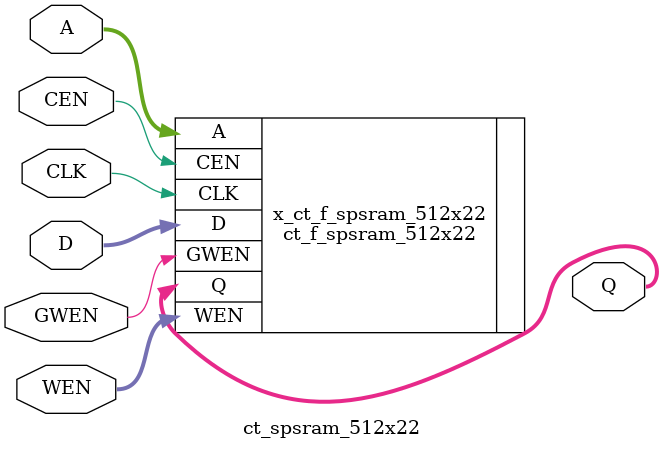
<source format=v>
/*Copyright 2019-2021 T-Head Semiconductor Co., Ltd.

Licensed under the Apache License, Version 2.0 (the "License");
you may not use this file except in compliance with the License.
You may obtain a copy of the License at

    http://www.apache.org/licenses/LICENSE-2.0

Unless required by applicable law or agreed to in writing, software
distributed under the License is distributed on an "AS IS" BASIS,
WITHOUT WARRANTIES OR CONDITIONS OF ANY KIND, either express or implied.
See the License for the specific language governing permissions and
limitations under the License.
*/

// &ModuleBeg; @22
module ct_spsram_512x22(
  A,
  CEN,
  CLK,
  D,
  GWEN,
  Q,
  WEN
);

// &Ports; @23
input   [8 :0]  A;
input           CEN;
input           CLK;
input   [21:0]  D;
input           GWEN;
input   [21:0]  WEN;
output  [21:0]  Q;

// &Regs; @24

// &Wires; @25
wire    [8 :0]  A;
wire            CEN;
wire            CLK;
wire    [21:0]  D;
wire            GWEN;
wire    [21:0]  Q;
wire    [21:0]  WEN;


//**********************************************************
//                  Parameter Definition
//**********************************************************
parameter ADDR_WIDTH = 9;
parameter DATA_WIDTH = 22;
parameter WE_WIDTH   = 22;

// &Force("bus","Q",DATA_WIDTH-1,0); @34
// &Force("bus","WEN",WE_WIDTH-1,0); @35
// &Force("bus","A",ADDR_WIDTH-1,0); @36
// &Force("bus","D",DATA_WIDTH-1,0); @37

  //********************************************************
  //*                        FPGA memory                   *
  //********************************************************
  //{WEN[21:11],WEN[10:0]}
//   &Instance("ct_f_spsram_512x22"); @44
ct_f_spsram_512x22  x_ct_f_spsram_512x22 (
  .A    (A   ),
  .CEN  (CEN ),
  .CLK  (CLK ),
  .D    (D   ),
  .GWEN (GWEN),
  .Q    (Q   ),
  .WEN  (WEN )
);

//   &Instance("ct_tsmc_spsram_512x22"); @50

// &ModuleEnd; @66
endmodule



</source>
